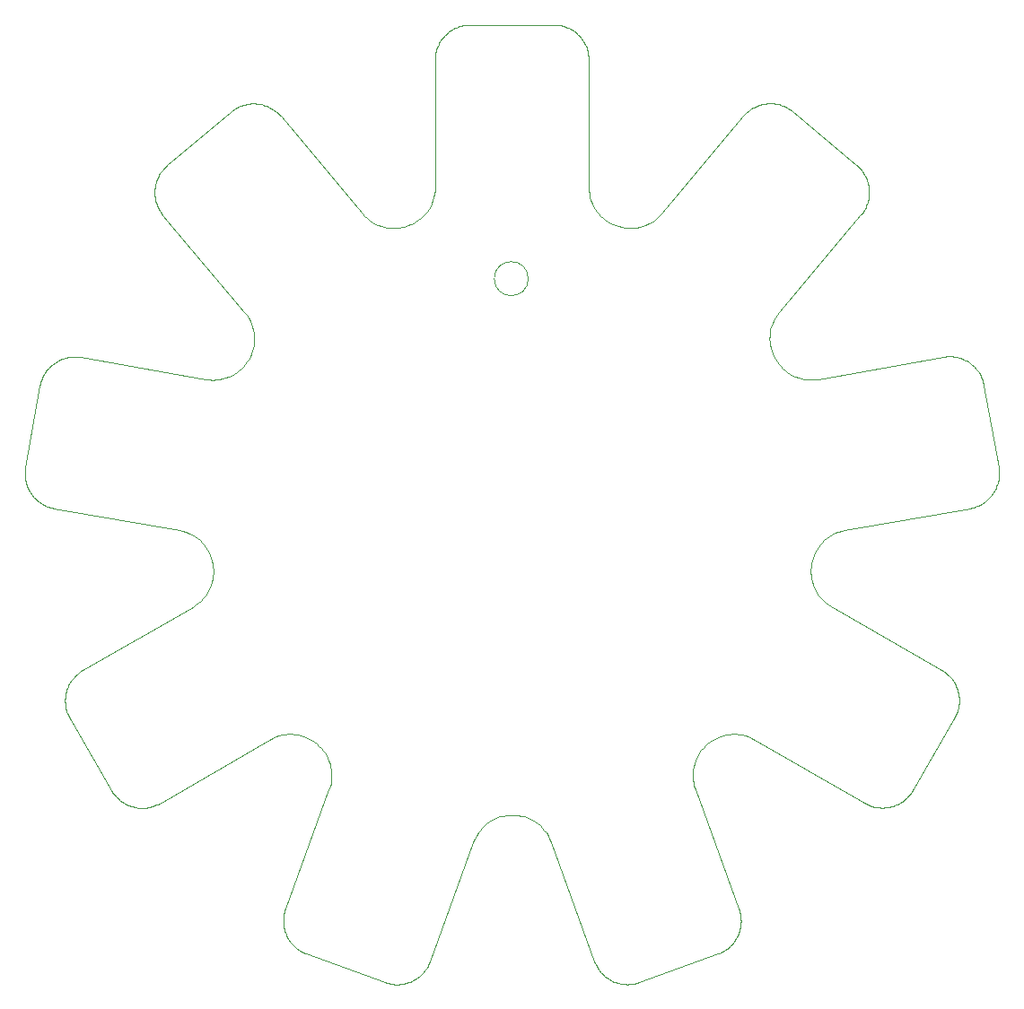
<source format=gbr>
%TF.GenerationSoftware,KiCad,Pcbnew,(5.1.9)-1*%
%TF.CreationDate,2022-02-26T00:47:13+09:00*%
%TF.ProjectId,passivemlt,70617373-6976-4656-9d6c-742e6b696361,rev?*%
%TF.SameCoordinates,Original*%
%TF.FileFunction,Profile,NP*%
%FSLAX46Y46*%
G04 Gerber Fmt 4.6, Leading zero omitted, Abs format (unit mm)*
G04 Created by KiCad (PCBNEW (5.1.9)-1) date 2022-02-26 00:47:13*
%MOMM*%
%LPD*%
G01*
G04 APERTURE LIST*
%TA.AperFunction,Profile*%
%ADD10C,0.100000*%
%TD*%
G04 APERTURE END LIST*
D10*
X124869957Y-136766380D02*
X132262651Y-139457105D01*
X121384802Y-116556966D02*
X121681141Y-116400981D01*
X121681141Y-116400981D02*
X121979710Y-116272974D01*
X121979710Y-116272974D02*
X122279503Y-116172100D01*
X122279503Y-116172100D02*
X122579515Y-116097516D01*
X122579515Y-116097516D02*
X122878741Y-116048377D01*
X122878741Y-116048377D02*
X123176174Y-116023840D01*
X123176174Y-116023840D02*
X123470808Y-116023061D01*
X123470808Y-116023061D02*
X123761639Y-116045197D01*
X123761639Y-116045197D02*
X124047660Y-116089402D01*
X124047660Y-116089402D02*
X124327866Y-116154834D01*
X124327866Y-116154834D02*
X124601252Y-116240649D01*
X124601252Y-116240649D02*
X124866811Y-116346002D01*
X124866811Y-116346002D02*
X125123537Y-116470051D01*
X125123537Y-116470051D02*
X125370427Y-116611950D01*
X125370427Y-116611950D02*
X125606472Y-116770857D01*
X125606472Y-116770857D02*
X125830669Y-116945928D01*
X125830669Y-116945928D02*
X126042011Y-117136317D01*
X126042011Y-117136317D02*
X126239493Y-117341183D01*
X126239493Y-117341183D02*
X126422108Y-117559681D01*
X126422108Y-117559681D02*
X126588853Y-117790966D01*
X126588853Y-117790966D02*
X126738719Y-118034196D01*
X126738719Y-118034196D02*
X126870703Y-118288527D01*
X126870703Y-118288527D02*
X126983799Y-118553113D01*
X126983799Y-118553113D02*
X127077000Y-118827113D01*
X127077000Y-118827113D02*
X127149301Y-119109682D01*
X127149301Y-119109682D02*
X127199697Y-119399975D01*
X127199697Y-119399975D02*
X127227182Y-119697150D01*
X127227182Y-119697150D02*
X127230750Y-120000362D01*
X127230750Y-120000362D02*
X127209395Y-120308768D01*
X127209395Y-120308768D02*
X127162113Y-120621524D01*
X127162113Y-120621524D02*
X127087896Y-120937785D01*
X127087896Y-120937785D02*
X126985741Y-121256709D01*
X112857242Y-96803747D02*
X113184515Y-96874739D01*
X113184515Y-96874739D02*
X113495514Y-96968596D01*
X113495514Y-96968596D02*
X113790009Y-97084026D01*
X113790009Y-97084026D02*
X114067774Y-97219736D01*
X114067774Y-97219736D02*
X114328579Y-97374432D01*
X114328579Y-97374432D02*
X114572198Y-97546821D01*
X114572198Y-97546821D02*
X114798402Y-97735612D01*
X114798402Y-97735612D02*
X115006963Y-97939511D01*
X115006963Y-97939511D02*
X115197653Y-98157226D01*
X115197653Y-98157226D02*
X115370244Y-98387463D01*
X115370244Y-98387463D02*
X115524509Y-98628929D01*
X115524509Y-98628929D02*
X115660219Y-98880333D01*
X115660219Y-98880333D02*
X115777146Y-99140380D01*
X115777146Y-99140380D02*
X115875063Y-99407779D01*
X115875063Y-99407779D02*
X115953741Y-99681236D01*
X115953741Y-99681236D02*
X116012952Y-99959458D01*
X116012952Y-99959458D02*
X116052469Y-100241153D01*
X116052469Y-100241153D02*
X116072064Y-100525028D01*
X116072064Y-100525028D02*
X116071508Y-100809790D01*
X116071508Y-100809790D02*
X116050574Y-101094146D01*
X116050574Y-101094146D02*
X116009033Y-101376804D01*
X116009033Y-101376804D02*
X115946658Y-101656470D01*
X115946658Y-101656470D02*
X115863221Y-101931851D01*
X115863221Y-101931851D02*
X115758494Y-102201656D01*
X115758494Y-102201656D02*
X115632248Y-102464590D01*
X115632248Y-102464590D02*
X115484256Y-102719362D01*
X115484256Y-102719362D02*
X115314290Y-102964677D01*
X115314290Y-102964677D02*
X115122122Y-103199245D01*
X115122122Y-103199245D02*
X114907524Y-103421771D01*
X114907524Y-103421771D02*
X114670268Y-103630963D01*
X114670268Y-103630963D02*
X114410126Y-103825528D01*
X114410126Y-103825528D02*
X114126871Y-104004173D01*
X122887818Y-132515667D02*
X122833502Y-132677513D01*
X122833502Y-132677513D02*
X122787933Y-132840159D01*
X122787933Y-132840159D02*
X122750985Y-133003337D01*
X122750985Y-133003337D02*
X122722534Y-133166780D01*
X122722534Y-133166780D02*
X122702455Y-133330220D01*
X122702455Y-133330220D02*
X122690624Y-133493392D01*
X122690624Y-133493392D02*
X122686916Y-133656027D01*
X122686916Y-133656027D02*
X122691206Y-133817858D01*
X122691206Y-133817858D02*
X122703371Y-133978619D01*
X122703371Y-133978619D02*
X122723285Y-134138043D01*
X122723285Y-134138043D02*
X122750824Y-134295861D01*
X122750824Y-134295861D02*
X122785864Y-134451808D01*
X122785864Y-134451808D02*
X122828279Y-134605617D01*
X122828279Y-134605617D02*
X122877946Y-134757019D01*
X122877946Y-134757019D02*
X122934740Y-134905748D01*
X122934740Y-134905748D02*
X122998536Y-135051537D01*
X122998536Y-135051537D02*
X123069210Y-135194119D01*
X123069210Y-135194119D02*
X123146637Y-135333227D01*
X123146637Y-135333227D02*
X123230692Y-135468594D01*
X123230692Y-135468594D02*
X123321252Y-135599952D01*
X123321252Y-135599952D02*
X123418191Y-135727035D01*
X123418191Y-135727035D02*
X123521385Y-135849575D01*
X123521385Y-135849575D02*
X123630710Y-135967306D01*
X123630710Y-135967306D02*
X123746041Y-136079959D01*
X123746041Y-136079959D02*
X123867253Y-136187270D01*
X123867253Y-136187270D02*
X123994222Y-136288969D01*
X123994222Y-136288969D02*
X124126824Y-136384790D01*
X124126824Y-136384790D02*
X124264933Y-136474466D01*
X124264933Y-136474466D02*
X124408425Y-136557730D01*
X124408425Y-136557730D02*
X124557176Y-136634315D01*
X124557176Y-136634315D02*
X124711062Y-136703954D01*
X124711062Y-136703954D02*
X124869957Y-136766380D01*
X126985741Y-121256709D02*
X122887818Y-132515667D01*
X111000574Y-122552307D02*
X121384802Y-116556966D01*
X106470243Y-121338411D02*
X106559311Y-121484051D01*
X106559311Y-121484051D02*
X106654614Y-121623506D01*
X106654614Y-121623506D02*
X106755866Y-121756699D01*
X106755866Y-121756699D02*
X106862782Y-121883552D01*
X106862782Y-121883552D02*
X106975079Y-122003991D01*
X106975079Y-122003991D02*
X107092470Y-122117939D01*
X107092470Y-122117939D02*
X107214672Y-122225319D01*
X107214672Y-122225319D02*
X107341400Y-122326056D01*
X107341400Y-122326056D02*
X107472370Y-122420072D01*
X107472370Y-122420072D02*
X107607296Y-122507292D01*
X107607296Y-122507292D02*
X107745894Y-122587640D01*
X107745894Y-122587640D02*
X107887879Y-122661039D01*
X107887879Y-122661039D02*
X108032967Y-122727412D01*
X108032967Y-122727412D02*
X108180874Y-122786685D01*
X108180874Y-122786685D02*
X108331313Y-122838780D01*
X108331313Y-122838780D02*
X108484002Y-122883621D01*
X108484002Y-122883621D02*
X108638654Y-122921131D01*
X108638654Y-122921131D02*
X108794986Y-122951235D01*
X108794986Y-122951235D02*
X108952713Y-122973857D01*
X108952713Y-122973857D02*
X109111550Y-122988920D01*
X109111550Y-122988920D02*
X109271212Y-122996347D01*
X109271212Y-122996347D02*
X109431415Y-122996063D01*
X109431415Y-122996063D02*
X109591875Y-122987991D01*
X109591875Y-122987991D02*
X109752306Y-122972055D01*
X109752306Y-122972055D02*
X109912424Y-122948178D01*
X109912424Y-122948178D02*
X110071944Y-122916285D01*
X110071944Y-122916285D02*
X110230582Y-122876299D01*
X110230582Y-122876299D02*
X110388053Y-122828144D01*
X110388053Y-122828144D02*
X110544072Y-122771743D01*
X110544072Y-122771743D02*
X110698355Y-122707021D01*
X110698355Y-122707021D02*
X110850617Y-122633901D01*
X110850617Y-122633901D02*
X111000574Y-122552307D01*
X102536669Y-114525267D02*
X106470243Y-121338411D01*
X114126871Y-104004173D02*
X103750567Y-109994935D01*
X103750567Y-109994935D02*
X103604925Y-110084003D01*
X103604925Y-110084003D02*
X103465470Y-110179306D01*
X103465470Y-110179306D02*
X103332278Y-110280558D01*
X103332278Y-110280558D02*
X103205424Y-110387474D01*
X103205424Y-110387474D02*
X103084985Y-110499770D01*
X103084985Y-110499770D02*
X102971037Y-110617162D01*
X102971037Y-110617162D02*
X102863657Y-110739364D01*
X102863657Y-110739364D02*
X102762920Y-110866092D01*
X102762920Y-110866092D02*
X102668904Y-110997061D01*
X102668904Y-110997061D02*
X102581683Y-111131988D01*
X102581683Y-111131988D02*
X102501335Y-111270586D01*
X102501335Y-111270586D02*
X102427937Y-111412571D01*
X102427937Y-111412571D02*
X102361563Y-111557659D01*
X102361563Y-111557659D02*
X102302290Y-111705566D01*
X102302290Y-111705566D02*
X102250195Y-111856005D01*
X102250195Y-111856005D02*
X102205354Y-112008694D01*
X102205354Y-112008694D02*
X102167844Y-112163346D01*
X102167844Y-112163346D02*
X102137739Y-112319678D01*
X102137739Y-112319678D02*
X102115118Y-112477405D01*
X102115118Y-112477405D02*
X102100055Y-112636242D01*
X102100055Y-112636242D02*
X102092628Y-112795905D01*
X102092628Y-112795905D02*
X102092912Y-112956108D01*
X102092912Y-112956108D02*
X102100984Y-113116568D01*
X102100984Y-113116568D02*
X102116920Y-113276999D01*
X102116920Y-113276999D02*
X102140797Y-113437117D01*
X102140797Y-113437117D02*
X102172690Y-113596637D01*
X102172690Y-113596637D02*
X102212676Y-113755275D01*
X102212676Y-113755275D02*
X102260831Y-113912746D01*
X102260831Y-113912746D02*
X102317231Y-114068765D01*
X102317231Y-114068765D02*
X102381954Y-114223048D01*
X102381954Y-114223048D02*
X102455074Y-114375310D01*
X102455074Y-114375310D02*
X102536669Y-114525267D01*
X101048739Y-94721587D02*
X112857242Y-96803747D01*
X177526117Y-122530820D02*
X177676073Y-122612414D01*
X177676073Y-122612414D02*
X177828335Y-122685534D01*
X177828335Y-122685534D02*
X177982618Y-122750256D01*
X177982618Y-122750256D02*
X178138637Y-122806657D01*
X178138637Y-122806657D02*
X178296108Y-122854812D01*
X178296108Y-122854812D02*
X178454745Y-122894798D01*
X178454745Y-122894798D02*
X178614266Y-122926691D01*
X178614266Y-122926691D02*
X178774384Y-122950567D01*
X178774384Y-122950567D02*
X178934815Y-122966503D01*
X178934815Y-122966503D02*
X179095274Y-122974575D01*
X179095274Y-122974575D02*
X179255478Y-122974860D01*
X179255478Y-122974860D02*
X179415140Y-122967432D01*
X179415140Y-122967432D02*
X179573977Y-122952370D01*
X179573977Y-122952370D02*
X179731704Y-122929748D01*
X179731704Y-122929748D02*
X179888035Y-122899644D01*
X179888035Y-122899644D02*
X180042688Y-122862133D01*
X180042688Y-122862133D02*
X180195376Y-122817292D01*
X180195376Y-122817292D02*
X180345816Y-122765197D01*
X180345816Y-122765197D02*
X180493722Y-122705925D01*
X180493722Y-122705925D02*
X180638810Y-122639551D01*
X180638810Y-122639551D02*
X180780795Y-122566152D01*
X180780795Y-122566152D02*
X180919393Y-122485804D01*
X180919393Y-122485804D02*
X181054319Y-122398584D01*
X181054319Y-122398584D02*
X181185289Y-122304568D01*
X181185289Y-122304568D02*
X181312017Y-122203831D01*
X181312017Y-122203831D02*
X181434219Y-122096451D01*
X181434219Y-122096451D02*
X181551611Y-121982503D01*
X181551611Y-121982503D02*
X181663907Y-121862064D01*
X181663907Y-121862064D02*
X181770823Y-121735211D01*
X181770823Y-121735211D02*
X181872075Y-121602018D01*
X181872075Y-121602018D02*
X181967378Y-121462563D01*
X181967378Y-121462563D02*
X182056447Y-121316923D01*
X156274653Y-139448735D02*
X163667340Y-136758024D01*
X177181030Y-66989696D02*
X177287424Y-66856186D01*
X177287424Y-66856186D02*
X177385873Y-66718935D01*
X177385873Y-66718935D02*
X177476403Y-66578235D01*
X177476403Y-66578235D02*
X177559039Y-66434380D01*
X177559039Y-66434380D02*
X177633807Y-66287663D01*
X177633807Y-66287663D02*
X177700732Y-66138379D01*
X177700732Y-66138379D02*
X177759841Y-65986820D01*
X177759841Y-65986820D02*
X177811159Y-65833281D01*
X177811159Y-65833281D02*
X177854711Y-65678055D01*
X177854711Y-65678055D02*
X177890524Y-65521435D01*
X177890524Y-65521435D02*
X177918623Y-65363715D01*
X177918623Y-65363715D02*
X177939034Y-65205188D01*
X177939034Y-65205188D02*
X177951782Y-65046149D01*
X177951782Y-65046149D02*
X177956893Y-64886890D01*
X177956893Y-64886890D02*
X177954392Y-64727706D01*
X177954392Y-64727706D02*
X177944307Y-64568889D01*
X177944307Y-64568889D02*
X177926661Y-64410734D01*
X177926661Y-64410734D02*
X177901481Y-64253534D01*
X177901481Y-64253534D02*
X177868793Y-64097582D01*
X177868793Y-64097582D02*
X177828622Y-63943173D01*
X177828622Y-63943173D02*
X177780994Y-63790599D01*
X177780994Y-63790599D02*
X177725934Y-63640154D01*
X177725934Y-63640154D02*
X177663468Y-63492133D01*
X177663468Y-63492133D02*
X177593623Y-63346827D01*
X177593623Y-63346827D02*
X177516423Y-63204532D01*
X177516423Y-63204532D02*
X177431894Y-63065540D01*
X177431894Y-63065540D02*
X177340063Y-62930145D01*
X177340063Y-62930145D02*
X177240953Y-62798641D01*
X177240953Y-62798641D02*
X177134593Y-62671321D01*
X177134593Y-62671321D02*
X177021006Y-62548478D01*
X177021006Y-62548478D02*
X176900219Y-62430407D01*
X176900219Y-62430407D02*
X176772258Y-62317402D01*
X169479726Y-76167758D02*
X177181030Y-66989696D01*
X173135481Y-82499705D02*
X172803663Y-82544928D01*
X172803663Y-82544928D02*
X172479319Y-82563099D01*
X172479319Y-82563099D02*
X172163104Y-82555354D01*
X172163104Y-82555354D02*
X171855675Y-82522830D01*
X171855675Y-82522830D02*
X171557689Y-82466665D01*
X171557689Y-82466665D02*
X171269801Y-82387994D01*
X171269801Y-82387994D02*
X170992669Y-82287955D01*
X170992669Y-82287955D02*
X170726948Y-82167685D01*
X170726948Y-82167685D02*
X170473295Y-82028320D01*
X170473295Y-82028320D02*
X170232366Y-81870998D01*
X170232366Y-81870998D02*
X170004819Y-81696855D01*
X170004819Y-81696855D02*
X169791308Y-81507029D01*
X169791308Y-81507029D02*
X169592490Y-81302656D01*
X169592490Y-81302656D02*
X169409023Y-81084873D01*
X169409023Y-81084873D02*
X169241562Y-80854817D01*
X169241562Y-80854817D02*
X169090764Y-80613625D01*
X169090764Y-80613625D02*
X168957284Y-80362434D01*
X168957284Y-80362434D02*
X168841780Y-80102380D01*
X168841780Y-80102380D02*
X168744908Y-79834601D01*
X168744908Y-79834601D02*
X168667324Y-79560234D01*
X168667324Y-79560234D02*
X168609685Y-79280415D01*
X168609685Y-79280415D02*
X168572647Y-78996282D01*
X168572647Y-78996282D02*
X168556866Y-78708970D01*
X168556866Y-78708970D02*
X168562999Y-78419618D01*
X168562999Y-78419618D02*
X168591702Y-78129362D01*
X168591702Y-78129362D02*
X168643632Y-77839339D01*
X168643632Y-77839339D02*
X168719444Y-77550685D01*
X168719444Y-77550685D02*
X168819796Y-77264539D01*
X168819796Y-77264539D02*
X168945344Y-76982036D01*
X168945344Y-76982036D02*
X169096744Y-76704313D01*
X169096744Y-76704313D02*
X169274652Y-76432508D01*
X169274652Y-76432508D02*
X169479726Y-76167758D01*
X188785617Y-83107753D02*
X188751731Y-82940431D01*
X188751731Y-82940431D02*
X188709873Y-82776791D01*
X188709873Y-82776791D02*
X188660282Y-82617001D01*
X188660282Y-82617001D02*
X188603200Y-82461229D01*
X188603200Y-82461229D02*
X188538868Y-82309646D01*
X188538868Y-82309646D02*
X188467529Y-82162419D01*
X188467529Y-82162419D02*
X188389423Y-82019719D01*
X188389423Y-82019719D02*
X188304791Y-81881714D01*
X188304791Y-81881714D02*
X188213876Y-81748573D01*
X188213876Y-81748573D02*
X188116918Y-81620465D01*
X188116918Y-81620465D02*
X188014159Y-81497560D01*
X188014159Y-81497560D02*
X187905840Y-81380025D01*
X187905840Y-81380025D02*
X187792203Y-81268031D01*
X187792203Y-81268031D02*
X187673489Y-81161746D01*
X187673489Y-81161746D02*
X187549939Y-81061339D01*
X187549939Y-81061339D02*
X187421795Y-80966980D01*
X187421795Y-80966980D02*
X187289299Y-80878837D01*
X187289299Y-80878837D02*
X187152691Y-80797080D01*
X187152691Y-80797080D02*
X187012213Y-80721876D01*
X187012213Y-80721876D02*
X186868107Y-80653397D01*
X186868107Y-80653397D02*
X186720614Y-80591810D01*
X186720614Y-80591810D02*
X186569974Y-80537284D01*
X186569974Y-80537284D02*
X186416431Y-80489989D01*
X186416431Y-80489989D02*
X186260224Y-80450093D01*
X186260224Y-80450093D02*
X186101596Y-80417766D01*
X186101596Y-80417766D02*
X185940788Y-80393176D01*
X185940788Y-80393176D02*
X185778041Y-80376493D01*
X185778041Y-80376493D02*
X185613597Y-80367886D01*
X185613597Y-80367886D02*
X185447696Y-80367524D01*
X185447696Y-80367524D02*
X185280581Y-80375575D01*
X185280581Y-80375575D02*
X185112493Y-80392209D01*
X185112493Y-80392209D02*
X184943674Y-80417595D01*
X175661933Y-96777912D02*
X187461571Y-94697318D01*
X136513367Y-137474965D02*
X140614428Y-126207397D01*
X184776126Y-109973445D02*
X174392302Y-103978338D01*
X182056447Y-121316923D02*
X185990023Y-114503777D01*
X184943674Y-80417595D02*
X173135481Y-82499705D01*
X187461571Y-94697318D02*
X187628892Y-94663432D01*
X187628892Y-94663432D02*
X187792532Y-94621574D01*
X187792532Y-94621574D02*
X187952322Y-94571983D01*
X187952322Y-94571983D02*
X188108093Y-94514901D01*
X188108093Y-94514901D02*
X188259676Y-94450570D01*
X188259676Y-94450570D02*
X188406902Y-94379230D01*
X188406902Y-94379230D02*
X188549602Y-94301124D01*
X188549602Y-94301124D02*
X188687607Y-94216493D01*
X188687607Y-94216493D02*
X188820748Y-94125577D01*
X188820748Y-94125577D02*
X188948856Y-94028619D01*
X188948856Y-94028619D02*
X189071761Y-93925860D01*
X189071761Y-93925860D02*
X189189295Y-93817542D01*
X189189295Y-93817542D02*
X189301289Y-93703905D01*
X189301289Y-93703905D02*
X189407574Y-93585191D01*
X189407574Y-93585191D02*
X189507981Y-93461642D01*
X189507981Y-93461642D02*
X189602340Y-93333498D01*
X189602340Y-93333498D02*
X189690483Y-93201002D01*
X189690483Y-93201002D02*
X189772240Y-93064394D01*
X189772240Y-93064394D02*
X189847444Y-92923917D01*
X189847444Y-92923917D02*
X189915923Y-92779811D01*
X189915923Y-92779811D02*
X189977510Y-92632317D01*
X189977510Y-92632317D02*
X190032036Y-92481678D01*
X190032036Y-92481678D02*
X190079331Y-92328135D01*
X190079331Y-92328135D02*
X190119227Y-92171929D01*
X190119227Y-92171929D02*
X190151554Y-92013301D01*
X190151554Y-92013301D02*
X190176144Y-91852493D01*
X190176144Y-91852493D02*
X190192827Y-91689746D01*
X190192827Y-91689746D02*
X190201434Y-91525302D01*
X190201434Y-91525302D02*
X190201797Y-91359402D01*
X190201797Y-91359402D02*
X190193746Y-91192287D01*
X190193746Y-91192287D02*
X190177112Y-91024199D01*
X190177112Y-91024199D02*
X190151727Y-90855380D01*
X132262651Y-139457105D02*
X132424497Y-139511420D01*
X132424497Y-139511420D02*
X132587143Y-139556989D01*
X132587143Y-139556989D02*
X132750321Y-139593937D01*
X132750321Y-139593937D02*
X132913764Y-139622388D01*
X132913764Y-139622388D02*
X133077205Y-139642467D01*
X133077205Y-139642467D02*
X133240376Y-139654299D01*
X133240376Y-139654299D02*
X133403011Y-139658007D01*
X133403011Y-139658007D02*
X133564843Y-139653716D01*
X133564843Y-139653716D02*
X133725604Y-139641552D01*
X133725604Y-139641552D02*
X133885028Y-139621638D01*
X133885028Y-139621638D02*
X134042847Y-139594098D01*
X134042847Y-139594098D02*
X134198794Y-139559059D01*
X134198794Y-139559059D02*
X134352602Y-139516643D01*
X134352602Y-139516643D02*
X134504004Y-139466976D01*
X134504004Y-139466976D02*
X134652734Y-139410183D01*
X134652734Y-139410183D02*
X134798523Y-139346387D01*
X134798523Y-139346387D02*
X134941105Y-139275713D01*
X134941105Y-139275713D02*
X135080213Y-139198286D01*
X135080213Y-139198286D02*
X135215580Y-139114230D01*
X135215580Y-139114230D02*
X135346938Y-139023671D01*
X135346938Y-139023671D02*
X135474021Y-138926731D01*
X135474021Y-138926731D02*
X135596562Y-138823537D01*
X135596562Y-138823537D02*
X135714292Y-138714212D01*
X135714292Y-138714212D02*
X135826946Y-138598881D01*
X135826946Y-138598881D02*
X135934256Y-138477669D01*
X135934256Y-138477669D02*
X136035956Y-138350700D01*
X136035956Y-138350700D02*
X136131777Y-138218098D01*
X136131777Y-138218098D02*
X136221453Y-138079989D01*
X136221453Y-138079989D02*
X136304717Y-137936496D01*
X136304717Y-137936496D02*
X136381302Y-137787745D01*
X136381302Y-137787745D02*
X136450941Y-137633860D01*
X136450941Y-137633860D02*
X136513367Y-137474965D01*
X163667340Y-136758024D02*
X163826235Y-136695598D01*
X163826235Y-136695598D02*
X163980120Y-136625960D01*
X163980120Y-136625960D02*
X164128872Y-136549375D01*
X164128872Y-136549375D02*
X164272365Y-136466111D01*
X164272365Y-136466111D02*
X164410474Y-136376435D01*
X164410474Y-136376435D02*
X164543076Y-136280613D01*
X164543076Y-136280613D02*
X164670045Y-136178914D01*
X164670045Y-136178914D02*
X164791258Y-136071604D01*
X164791258Y-136071604D02*
X164906589Y-135958950D01*
X164906589Y-135958950D02*
X165015914Y-135841219D01*
X165015914Y-135841219D02*
X165119108Y-135718679D01*
X165119108Y-135718679D02*
X165216048Y-135591596D01*
X165216048Y-135591596D02*
X165306608Y-135460238D01*
X165306608Y-135460238D02*
X165390663Y-135324871D01*
X165390663Y-135324871D02*
X165468090Y-135185763D01*
X165468090Y-135185763D02*
X165538764Y-135043181D01*
X165538764Y-135043181D02*
X165602560Y-134897391D01*
X165602560Y-134897391D02*
X165659354Y-134748662D01*
X165659354Y-134748662D02*
X165709021Y-134597259D01*
X165709021Y-134597259D02*
X165751437Y-134443451D01*
X165751437Y-134443451D02*
X165786477Y-134287504D01*
X165786477Y-134287504D02*
X165814016Y-134129685D01*
X165814016Y-134129685D02*
X165833930Y-133970261D01*
X165833930Y-133970261D02*
X165846095Y-133809500D01*
X165846095Y-133809500D02*
X165850385Y-133647668D01*
X165850385Y-133647668D02*
X165846677Y-133485033D01*
X165846677Y-133485033D02*
X165834846Y-133321861D01*
X165834846Y-133321861D02*
X165814767Y-133158421D01*
X165814767Y-133158421D02*
X165786315Y-132994978D01*
X165786315Y-132994978D02*
X165749367Y-132831800D01*
X165749367Y-132831800D02*
X165703798Y-132669154D01*
X165703798Y-132669154D02*
X165649483Y-132507307D01*
X140614428Y-126207397D02*
X140741172Y-125897422D01*
X140741172Y-125897422D02*
X140887608Y-125607447D01*
X140887608Y-125607447D02*
X141052422Y-125337469D01*
X141052422Y-125337469D02*
X141234303Y-125087490D01*
X141234303Y-125087490D02*
X141431937Y-124857509D01*
X141431937Y-124857509D02*
X141644012Y-124647527D01*
X141644012Y-124647527D02*
X141869215Y-124457543D01*
X141869215Y-124457543D02*
X142106232Y-124287557D01*
X142106232Y-124287557D02*
X142353752Y-124137570D01*
X142353752Y-124137570D02*
X142610461Y-124007581D01*
X142610461Y-124007581D02*
X142875047Y-123897590D01*
X142875047Y-123897590D02*
X143146197Y-123807597D01*
X143146197Y-123807597D02*
X143422598Y-123737603D01*
X143422598Y-123737603D02*
X143702937Y-123687608D01*
X143702937Y-123687608D02*
X143985902Y-123657610D01*
X143985902Y-123657610D02*
X144270180Y-123647611D01*
X144270180Y-123647611D02*
X144554457Y-123657610D01*
X144554457Y-123657610D02*
X144837422Y-123687608D01*
X144837422Y-123687608D02*
X145117762Y-123737604D01*
X145117762Y-123737604D02*
X145394162Y-123807598D01*
X145394162Y-123807598D02*
X145665312Y-123897590D01*
X145665312Y-123897590D02*
X145929898Y-124007581D01*
X145929898Y-124007581D02*
X146186607Y-124137570D01*
X146186607Y-124137570D02*
X146434127Y-124287558D01*
X146434127Y-124287558D02*
X146671145Y-124457544D01*
X146671145Y-124457544D02*
X146896347Y-124647528D01*
X146896347Y-124647528D02*
X147108422Y-124857510D01*
X147108422Y-124857510D02*
X147306056Y-125087491D01*
X147306056Y-125087491D02*
X147487937Y-125337470D01*
X147487937Y-125337470D02*
X147652752Y-125607448D01*
X147652752Y-125607448D02*
X147799187Y-125897423D01*
X147799187Y-125897423D02*
X147925932Y-126207398D01*
X174392302Y-103978338D02*
X174109046Y-103799692D01*
X174109046Y-103799692D02*
X173848904Y-103605127D01*
X173848904Y-103605127D02*
X173611648Y-103395936D01*
X173611648Y-103395936D02*
X173397050Y-103173409D01*
X173397050Y-103173409D02*
X173204882Y-102938842D01*
X173204882Y-102938842D02*
X173034916Y-102693526D01*
X173034916Y-102693526D02*
X172886925Y-102438754D01*
X172886925Y-102438754D02*
X172760679Y-102175820D01*
X172760679Y-102175820D02*
X172655952Y-101906016D01*
X172655952Y-101906016D02*
X172572515Y-101630634D01*
X172572515Y-101630634D02*
X172510140Y-101350968D01*
X172510140Y-101350968D02*
X172468599Y-101068310D01*
X172468599Y-101068310D02*
X172447665Y-100783954D01*
X172447665Y-100783954D02*
X172447109Y-100499192D01*
X172447109Y-100499192D02*
X172466704Y-100215317D01*
X172466704Y-100215317D02*
X172506221Y-99933622D01*
X172506221Y-99933622D02*
X172565433Y-99655400D01*
X172565433Y-99655400D02*
X172644111Y-99381943D01*
X172644111Y-99381943D02*
X172742028Y-99114544D01*
X172742028Y-99114544D02*
X172858955Y-98854497D01*
X172858955Y-98854497D02*
X172994665Y-98603094D01*
X172994665Y-98603094D02*
X173148930Y-98361627D01*
X173148930Y-98361627D02*
X173321521Y-98131390D01*
X173321521Y-98131390D02*
X173512211Y-97913676D01*
X173512211Y-97913676D02*
X173720772Y-97709777D01*
X173720772Y-97709777D02*
X173946976Y-97520986D01*
X173946976Y-97520986D02*
X174190595Y-97348596D01*
X174190595Y-97348596D02*
X174451400Y-97193900D01*
X174451400Y-97193900D02*
X174729165Y-97058191D01*
X174729165Y-97058191D02*
X175023660Y-96942761D01*
X175023660Y-96942761D02*
X175334659Y-96848904D01*
X175334659Y-96848904D02*
X175661933Y-96777912D01*
X161548324Y-121239487D02*
X161446167Y-120920563D01*
X161446167Y-120920563D02*
X161371951Y-120604302D01*
X161371951Y-120604302D02*
X161324668Y-120291546D01*
X161324668Y-120291546D02*
X161303313Y-119983140D01*
X161303313Y-119983140D02*
X161306881Y-119679928D01*
X161306881Y-119679928D02*
X161334365Y-119382753D01*
X161334365Y-119382753D02*
X161384761Y-119092459D01*
X161384761Y-119092459D02*
X161457062Y-118809891D01*
X161457062Y-118809891D02*
X161550263Y-118535891D01*
X161550263Y-118535891D02*
X161663358Y-118271304D01*
X161663358Y-118271304D02*
X161795342Y-118016973D01*
X161795342Y-118016973D02*
X161945209Y-117773743D01*
X161945209Y-117773743D02*
X162111953Y-117542457D01*
X162111953Y-117542457D02*
X162294568Y-117323960D01*
X162294568Y-117323960D02*
X162492050Y-117119094D01*
X162492050Y-117119094D02*
X162703392Y-116928704D01*
X162703392Y-116928704D02*
X162927589Y-116753633D01*
X162927589Y-116753633D02*
X163163634Y-116594726D01*
X163163634Y-116594726D02*
X163410523Y-116452827D01*
X163410523Y-116452827D02*
X163667250Y-116328778D01*
X163667250Y-116328778D02*
X163932809Y-116223424D01*
X163932809Y-116223424D02*
X164206194Y-116137610D01*
X164206194Y-116137610D02*
X164486400Y-116072177D01*
X164486400Y-116072177D02*
X164772422Y-116027972D01*
X164772422Y-116027972D02*
X165063252Y-116005836D01*
X165063252Y-116005836D02*
X165357887Y-116006615D01*
X165357887Y-116006615D02*
X165655320Y-116031152D01*
X165655320Y-116031152D02*
X165954545Y-116080290D01*
X165954545Y-116080290D02*
X166254558Y-116154874D01*
X166254558Y-116154874D02*
X166554351Y-116255748D01*
X166554351Y-116255748D02*
X166852920Y-116383755D01*
X166852920Y-116383755D02*
X167149260Y-116539740D01*
X165649483Y-132507307D02*
X161548324Y-121239487D01*
X147925932Y-126207398D02*
X152023941Y-137466592D01*
X190151727Y-90855380D02*
X188785617Y-83107753D01*
X152023941Y-137466592D02*
X152086366Y-137625486D01*
X152086366Y-137625486D02*
X152156004Y-137779372D01*
X152156004Y-137779372D02*
X152232589Y-137928123D01*
X152232589Y-137928123D02*
X152315853Y-138071616D01*
X152315853Y-138071616D02*
X152405530Y-138209725D01*
X152405530Y-138209725D02*
X152501351Y-138342326D01*
X152501351Y-138342326D02*
X152603050Y-138469295D01*
X152603050Y-138469295D02*
X152710360Y-138590508D01*
X152710360Y-138590508D02*
X152823014Y-138705839D01*
X152823014Y-138705839D02*
X152940744Y-138815164D01*
X152940744Y-138815164D02*
X153063284Y-138918358D01*
X153063284Y-138918358D02*
X153190367Y-139015297D01*
X153190367Y-139015297D02*
X153321725Y-139105857D01*
X153321725Y-139105857D02*
X153457092Y-139189913D01*
X153457092Y-139189913D02*
X153596200Y-139267340D01*
X153596200Y-139267340D02*
X153738782Y-139338014D01*
X153738782Y-139338014D02*
X153884571Y-139401810D01*
X153884571Y-139401810D02*
X154033300Y-139458604D01*
X154033300Y-139458604D02*
X154184703Y-139508271D01*
X154184703Y-139508271D02*
X154338511Y-139550686D01*
X154338511Y-139550686D02*
X154494458Y-139585726D01*
X154494458Y-139585726D02*
X154652276Y-139613265D01*
X154652276Y-139613265D02*
X154811700Y-139633180D01*
X154811700Y-139633180D02*
X154972461Y-139645344D01*
X154972461Y-139645344D02*
X155134292Y-139649635D01*
X155134292Y-139649635D02*
X155296927Y-139645927D01*
X155296927Y-139645927D02*
X155460099Y-139634096D01*
X155460099Y-139634096D02*
X155623539Y-139614017D01*
X155623539Y-139614017D02*
X155786982Y-139585566D01*
X155786982Y-139585566D02*
X155950160Y-139548619D01*
X155950160Y-139548619D02*
X156112806Y-139503049D01*
X156112806Y-139503049D02*
X156274653Y-139448735D01*
X185990023Y-114503777D02*
X186071617Y-114353820D01*
X186071617Y-114353820D02*
X186144737Y-114201558D01*
X186144737Y-114201558D02*
X186209459Y-114047275D01*
X186209459Y-114047275D02*
X186265860Y-113891256D01*
X186265860Y-113891256D02*
X186314015Y-113733785D01*
X186314015Y-113733785D02*
X186354001Y-113575147D01*
X186354001Y-113575147D02*
X186385894Y-113415627D01*
X186385894Y-113415627D02*
X186409770Y-113255509D01*
X186409770Y-113255509D02*
X186425707Y-113095078D01*
X186425707Y-113095078D02*
X186433779Y-112934618D01*
X186433779Y-112934618D02*
X186434063Y-112774415D01*
X186434063Y-112774415D02*
X186426636Y-112614752D01*
X186426636Y-112614752D02*
X186411573Y-112455915D01*
X186411573Y-112455915D02*
X186388951Y-112298189D01*
X186388951Y-112298189D02*
X186358847Y-112141857D01*
X186358847Y-112141857D02*
X186321336Y-111987204D01*
X186321336Y-111987204D02*
X186276495Y-111834516D01*
X186276495Y-111834516D02*
X186224401Y-111684076D01*
X186224401Y-111684076D02*
X186165128Y-111536170D01*
X186165128Y-111536170D02*
X186098754Y-111391082D01*
X186098754Y-111391082D02*
X186025356Y-111249096D01*
X186025356Y-111249096D02*
X185945008Y-111110498D01*
X185945008Y-111110498D02*
X185857788Y-110975572D01*
X185857788Y-110975572D02*
X185763771Y-110844602D01*
X185763771Y-110844602D02*
X185663035Y-110717874D01*
X185663035Y-110717874D02*
X185555654Y-110595672D01*
X185555654Y-110595672D02*
X185441707Y-110478281D01*
X185441707Y-110478281D02*
X185321268Y-110365984D01*
X185321268Y-110365984D02*
X185194414Y-110259068D01*
X185194414Y-110259068D02*
X185061221Y-110157816D01*
X185061221Y-110157816D02*
X184921766Y-110062513D01*
X184921766Y-110062513D02*
X184776126Y-109973445D01*
X167149260Y-116539740D02*
X177526117Y-122530820D01*
X115366157Y-82522451D02*
X103566645Y-80441879D01*
X151494224Y-64355338D02*
X151494224Y-52371704D01*
X136994226Y-52371704D02*
X136994226Y-64362375D01*
X170745689Y-57260502D02*
X170612179Y-57154107D01*
X170612179Y-57154107D02*
X170474928Y-57055657D01*
X170474928Y-57055657D02*
X170334228Y-56965127D01*
X170334228Y-56965127D02*
X170190372Y-56882491D01*
X170190372Y-56882491D02*
X170043656Y-56807723D01*
X170043656Y-56807723D02*
X169894372Y-56740797D01*
X169894372Y-56740797D02*
X169742813Y-56681688D01*
X169742813Y-56681688D02*
X169589274Y-56630370D01*
X169589274Y-56630370D02*
X169434047Y-56586818D01*
X169434047Y-56586818D02*
X169277427Y-56551005D01*
X169277427Y-56551005D02*
X169119707Y-56522906D01*
X169119707Y-56522906D02*
X168961180Y-56502495D01*
X168961180Y-56502495D02*
X168802141Y-56489747D01*
X168802141Y-56489747D02*
X168642882Y-56484636D01*
X168642882Y-56484636D02*
X168483697Y-56487136D01*
X168483697Y-56487136D02*
X168324881Y-56497222D01*
X168324881Y-56497222D02*
X168166725Y-56514868D01*
X168166725Y-56514868D02*
X168009525Y-56540047D01*
X168009525Y-56540047D02*
X167853573Y-56572736D01*
X167853573Y-56572736D02*
X167699163Y-56612907D01*
X167699163Y-56612907D02*
X167546589Y-56660535D01*
X167546589Y-56660535D02*
X167396145Y-56715595D01*
X167396145Y-56715595D02*
X167248123Y-56778060D01*
X167248123Y-56778060D02*
X167102817Y-56847906D01*
X167102817Y-56847906D02*
X166960522Y-56925106D01*
X166960522Y-56925106D02*
X166821529Y-57009635D01*
X166821529Y-57009635D02*
X166686134Y-57101467D01*
X166686134Y-57101467D02*
X166554630Y-57200576D01*
X166554630Y-57200576D02*
X166427310Y-57306937D01*
X166427310Y-57306937D02*
X166304468Y-57420524D01*
X166304468Y-57420524D02*
X166186397Y-57541311D01*
X166186397Y-57541311D02*
X166073391Y-57669273D01*
X98358584Y-90879642D02*
X98333198Y-91048461D01*
X98333198Y-91048461D02*
X98316564Y-91216549D01*
X98316564Y-91216549D02*
X98308512Y-91383664D01*
X98308512Y-91383664D02*
X98308875Y-91549565D01*
X98308875Y-91549565D02*
X98317482Y-91714009D01*
X98317482Y-91714009D02*
X98334165Y-91876756D01*
X98334165Y-91876756D02*
X98358754Y-92037564D01*
X98358754Y-92037564D02*
X98391081Y-92196192D01*
X98391081Y-92196192D02*
X98430977Y-92352399D01*
X98430977Y-92352399D02*
X98478272Y-92505942D01*
X98478272Y-92505942D02*
X98532797Y-92656582D01*
X98532797Y-92656582D02*
X98594385Y-92804075D01*
X98594385Y-92804075D02*
X98662864Y-92948181D01*
X98662864Y-92948181D02*
X98738067Y-93088659D01*
X98738067Y-93088659D02*
X98819825Y-93225267D01*
X98819825Y-93225267D02*
X98907968Y-93357764D01*
X98907968Y-93357764D02*
X99002327Y-93485907D01*
X99002327Y-93485907D02*
X99102733Y-93609457D01*
X99102733Y-93609457D02*
X99209018Y-93728171D01*
X99209018Y-93728171D02*
X99321012Y-93841808D01*
X99321012Y-93841808D02*
X99438547Y-93950127D01*
X99438547Y-93950127D02*
X99561452Y-94052886D01*
X99561452Y-94052886D02*
X99689560Y-94149844D01*
X99689560Y-94149844D02*
X99822701Y-94240760D01*
X99822701Y-94240760D02*
X99960706Y-94325391D01*
X99960706Y-94325391D02*
X100103406Y-94403498D01*
X100103406Y-94403498D02*
X100250632Y-94474838D01*
X100250632Y-94474838D02*
X100402215Y-94539169D01*
X100402215Y-94539169D02*
X100557987Y-94596251D01*
X100557987Y-94596251D02*
X100717777Y-94645842D01*
X100717777Y-94645842D02*
X100881417Y-94687701D01*
X100881417Y-94687701D02*
X101048739Y-94721587D01*
X117749780Y-57275898D02*
X111723211Y-62332798D01*
X99724705Y-83132032D02*
X98358584Y-90879642D01*
X103566645Y-80441879D02*
X103397825Y-80416493D01*
X103397825Y-80416493D02*
X103229737Y-80399859D01*
X103229737Y-80399859D02*
X103062622Y-80391808D01*
X103062622Y-80391808D02*
X102896722Y-80392171D01*
X102896722Y-80392171D02*
X102732278Y-80400778D01*
X102732278Y-80400778D02*
X102569531Y-80417461D01*
X102569531Y-80417461D02*
X102408723Y-80442050D01*
X102408723Y-80442050D02*
X102250096Y-80474377D01*
X102250096Y-80474377D02*
X102093889Y-80514273D01*
X102093889Y-80514273D02*
X101940346Y-80561568D01*
X101940346Y-80561568D02*
X101789707Y-80616094D01*
X101789707Y-80616094D02*
X101642214Y-80677681D01*
X101642214Y-80677681D02*
X101498108Y-80746161D01*
X101498108Y-80746161D02*
X101357630Y-80821364D01*
X101357630Y-80821364D02*
X101221022Y-80903121D01*
X101221022Y-80903121D02*
X101088526Y-80991264D01*
X101088526Y-80991264D02*
X100960383Y-81085623D01*
X100960383Y-81085623D02*
X100836833Y-81186029D01*
X100836833Y-81186029D02*
X100718119Y-81292314D01*
X100718119Y-81292314D02*
X100604482Y-81404308D01*
X100604482Y-81404308D02*
X100496163Y-81521842D01*
X100496163Y-81521842D02*
X100393404Y-81644748D01*
X100393404Y-81644748D02*
X100296446Y-81772855D01*
X100296446Y-81772855D02*
X100205531Y-81905996D01*
X100205531Y-81905996D02*
X100120899Y-82044001D01*
X100120899Y-82044001D02*
X100042793Y-82186701D01*
X100042793Y-82186701D02*
X99971453Y-82333927D01*
X99971453Y-82333927D02*
X99907122Y-82485510D01*
X99907122Y-82485510D02*
X99850040Y-82641281D01*
X99850040Y-82641281D02*
X99800449Y-82801071D01*
X99800449Y-82801071D02*
X99758590Y-82964711D01*
X99758590Y-82964711D02*
X99724705Y-83132032D01*
X140310659Y-49055271D02*
X140139995Y-49059586D01*
X140139995Y-49059586D02*
X139971573Y-49072393D01*
X139971573Y-49072393D02*
X139805599Y-49093483D01*
X139805599Y-49093483D02*
X139642282Y-49122649D01*
X139642282Y-49122649D02*
X139481830Y-49159681D01*
X139481830Y-49159681D02*
X139324453Y-49204371D01*
X139324453Y-49204371D02*
X139170358Y-49256511D01*
X139170358Y-49256511D02*
X139019753Y-49315892D01*
X139019753Y-49315892D02*
X138872848Y-49382307D01*
X138872848Y-49382307D02*
X138729850Y-49455546D01*
X138729850Y-49455546D02*
X138590968Y-49535402D01*
X138590968Y-49535402D02*
X138456409Y-49621665D01*
X138456409Y-49621665D02*
X138326384Y-49714128D01*
X138326384Y-49714128D02*
X138201099Y-49812583D01*
X138201099Y-49812583D02*
X138080764Y-49916820D01*
X138080764Y-49916820D02*
X137965586Y-50026631D01*
X137965586Y-50026631D02*
X137855775Y-50141809D01*
X137855775Y-50141809D02*
X137751538Y-50262144D01*
X137751538Y-50262144D02*
X137653083Y-50387429D01*
X137653083Y-50387429D02*
X137560620Y-50517454D01*
X137560620Y-50517454D02*
X137474357Y-50652013D01*
X137474357Y-50652013D02*
X137394501Y-50790895D01*
X137394501Y-50790895D02*
X137321262Y-50933893D01*
X137321262Y-50933893D02*
X137254847Y-51080798D01*
X137254847Y-51080798D02*
X137195466Y-51231403D01*
X137195466Y-51231403D02*
X137143326Y-51385498D01*
X137143326Y-51385498D02*
X137098636Y-51542875D01*
X137098636Y-51542875D02*
X137061604Y-51703327D01*
X137061604Y-51703327D02*
X137032438Y-51866644D01*
X137032438Y-51866644D02*
X137011348Y-52032618D01*
X137011348Y-52032618D02*
X136998541Y-52201040D01*
X136998541Y-52201040D02*
X136994226Y-52371704D01*
X111723211Y-62332798D02*
X111595249Y-62445803D01*
X111595249Y-62445803D02*
X111474462Y-62563874D01*
X111474462Y-62563874D02*
X111360875Y-62686716D01*
X111360875Y-62686716D02*
X111254515Y-62814036D01*
X111254515Y-62814036D02*
X111155406Y-62945540D01*
X111155406Y-62945540D02*
X111063574Y-63080935D01*
X111063574Y-63080935D02*
X110979046Y-63219927D01*
X110979046Y-63219927D02*
X110901846Y-63362223D01*
X110901846Y-63362223D02*
X110832000Y-63507528D01*
X110832000Y-63507528D02*
X110769535Y-63655550D01*
X110769535Y-63655550D02*
X110714475Y-63805994D01*
X110714475Y-63805994D02*
X110666847Y-63958568D01*
X110666847Y-63958568D02*
X110626676Y-64112978D01*
X110626676Y-64112978D02*
X110593987Y-64268930D01*
X110593987Y-64268930D02*
X110568807Y-64426130D01*
X110568807Y-64426130D02*
X110551162Y-64584285D01*
X110551162Y-64584285D02*
X110541076Y-64743101D01*
X110541076Y-64743101D02*
X110538576Y-64902286D01*
X110538576Y-64902286D02*
X110543687Y-65061544D01*
X110543687Y-65061544D02*
X110556435Y-65220584D01*
X110556435Y-65220584D02*
X110576845Y-65379110D01*
X110576845Y-65379110D02*
X110604944Y-65536830D01*
X110604944Y-65536830D02*
X110640757Y-65693450D01*
X110640757Y-65693450D02*
X110684309Y-65848677D01*
X110684309Y-65848677D02*
X110735627Y-66002216D01*
X110735627Y-66002216D02*
X110794736Y-66153775D01*
X110794736Y-66153775D02*
X110861661Y-66303059D01*
X110861661Y-66303059D02*
X110936429Y-66449776D01*
X110936429Y-66449776D02*
X111019065Y-66593631D01*
X111019065Y-66593631D02*
X111109595Y-66734331D01*
X111109595Y-66734331D02*
X111208044Y-66871582D01*
X111208044Y-66871582D02*
X111314439Y-67005092D01*
X122422078Y-57684670D02*
X122309072Y-57556708D01*
X122309072Y-57556708D02*
X122191001Y-57435920D01*
X122191001Y-57435920D02*
X122068158Y-57322333D01*
X122068158Y-57322333D02*
X121940838Y-57215973D01*
X121940838Y-57215973D02*
X121809334Y-57116863D01*
X121809334Y-57116863D02*
X121673939Y-57025031D01*
X121673939Y-57025031D02*
X121534947Y-56940503D01*
X121534947Y-56940503D02*
X121392651Y-56863302D01*
X121392651Y-56863302D02*
X121247346Y-56793457D01*
X121247346Y-56793457D02*
X121099324Y-56730991D01*
X121099324Y-56730991D02*
X120948879Y-56675931D01*
X120948879Y-56675931D02*
X120796305Y-56628303D01*
X120796305Y-56628303D02*
X120641895Y-56588132D01*
X120641895Y-56588132D02*
X120485943Y-56555444D01*
X120485943Y-56555444D02*
X120328743Y-56530264D01*
X120328743Y-56530264D02*
X120170588Y-56512618D01*
X120170588Y-56512618D02*
X120011771Y-56502532D01*
X120011771Y-56502532D02*
X119852586Y-56500032D01*
X119852586Y-56500032D02*
X119693328Y-56505143D01*
X119693328Y-56505143D02*
X119534288Y-56517891D01*
X119534288Y-56517891D02*
X119375762Y-56538302D01*
X119375762Y-56538302D02*
X119218041Y-56566401D01*
X119218041Y-56566401D02*
X119061421Y-56602214D01*
X119061421Y-56602214D02*
X118906195Y-56645766D01*
X118906195Y-56645766D02*
X118752655Y-56697084D01*
X118752655Y-56697084D02*
X118601096Y-56756193D01*
X118601096Y-56756193D02*
X118451812Y-56823119D01*
X118451812Y-56823119D02*
X118305096Y-56897887D01*
X118305096Y-56897887D02*
X118161240Y-56980523D01*
X118161240Y-56980523D02*
X118020540Y-57071053D01*
X118020540Y-57071053D02*
X117883289Y-57169503D01*
X117883289Y-57169503D02*
X117749780Y-57275898D01*
X136994226Y-64362375D02*
X136981142Y-64697004D01*
X136981142Y-64697004D02*
X136942715Y-65019576D01*
X136942715Y-65019576D02*
X136880178Y-65329641D01*
X136880178Y-65329641D02*
X136794763Y-65626752D01*
X136794763Y-65626752D02*
X136687706Y-65910458D01*
X136687706Y-65910458D02*
X136560239Y-66180310D01*
X136560239Y-66180310D02*
X136413596Y-66435861D01*
X136413596Y-66435861D02*
X136249011Y-66676660D01*
X136249011Y-66676660D02*
X136067717Y-66902259D01*
X136067717Y-66902259D02*
X135870949Y-67112208D01*
X135870949Y-67112208D02*
X135659938Y-67306059D01*
X135659938Y-67306059D02*
X135435920Y-67483363D01*
X135435920Y-67483363D02*
X135200127Y-67643671D01*
X135200127Y-67643671D02*
X134953794Y-67786533D01*
X134953794Y-67786533D02*
X134698154Y-67911502D01*
X134698154Y-67911502D02*
X134434440Y-68018126D01*
X134434440Y-68018126D02*
X134163887Y-68105959D01*
X134163887Y-68105959D02*
X133887727Y-68174550D01*
X133887727Y-68174550D02*
X133607195Y-68223451D01*
X133607195Y-68223451D02*
X133323523Y-68252213D01*
X133323523Y-68252213D02*
X133037947Y-68260386D01*
X133037947Y-68260386D02*
X132751698Y-68247523D01*
X132751698Y-68247523D02*
X132466011Y-68213173D01*
X132466011Y-68213173D02*
X132182120Y-68156887D01*
X132182120Y-68156887D02*
X131901258Y-68078218D01*
X131901258Y-68078218D02*
X131624658Y-67976715D01*
X131624658Y-67976715D02*
X131353555Y-67851930D01*
X131353555Y-67851930D02*
X131089182Y-67703414D01*
X131089182Y-67703414D02*
X130832772Y-67530717D01*
X130832772Y-67530717D02*
X130585559Y-67333392D01*
X130585559Y-67333392D02*
X130348776Y-67110988D01*
X130348776Y-67110988D02*
X130123659Y-66863057D01*
X158364790Y-66856021D02*
X158139672Y-67103952D01*
X158139672Y-67103952D02*
X157902889Y-67326355D01*
X157902889Y-67326355D02*
X157655676Y-67523681D01*
X157655676Y-67523681D02*
X157399267Y-67696378D01*
X157399267Y-67696378D02*
X157134893Y-67844894D01*
X157134893Y-67844894D02*
X156863790Y-67969679D01*
X156863790Y-67969679D02*
X156587190Y-68071181D01*
X156587190Y-68071181D02*
X156306328Y-68149851D01*
X156306328Y-68149851D02*
X156022437Y-68206136D01*
X156022437Y-68206136D02*
X155736750Y-68240486D01*
X155736750Y-68240486D02*
X155450502Y-68253350D01*
X155450502Y-68253350D02*
X155164925Y-68245176D01*
X155164925Y-68245176D02*
X154881254Y-68216415D01*
X154881254Y-68216415D02*
X154600721Y-68167514D01*
X154600721Y-68167514D02*
X154324562Y-68098922D01*
X154324562Y-68098922D02*
X154054008Y-68011090D01*
X154054008Y-68011090D02*
X153790295Y-67904465D01*
X153790295Y-67904465D02*
X153534654Y-67779497D01*
X153534654Y-67779497D02*
X153288321Y-67636635D01*
X153288321Y-67636635D02*
X153052529Y-67476327D01*
X153052529Y-67476327D02*
X152828511Y-67299023D01*
X152828511Y-67299023D02*
X152617500Y-67105172D01*
X152617500Y-67105172D02*
X152420731Y-66895222D01*
X152420731Y-66895222D02*
X152239438Y-66669623D01*
X152239438Y-66669623D02*
X152074853Y-66428824D01*
X152074853Y-66428824D02*
X151928210Y-66173274D01*
X151928210Y-66173274D02*
X151800743Y-65903421D01*
X151800743Y-65903421D02*
X151693686Y-65619715D01*
X151693686Y-65619715D02*
X151608271Y-65322605D01*
X151608271Y-65322605D02*
X151545734Y-65012539D01*
X151545734Y-65012539D02*
X151507307Y-64689967D01*
X151507307Y-64689967D02*
X151494224Y-64355338D01*
X111314439Y-67005092D02*
X119021910Y-76190504D01*
X176772258Y-62317402D02*
X170745689Y-57260502D01*
X130123659Y-66863057D02*
X122422078Y-57684670D01*
X166073391Y-57669273D02*
X158364790Y-66856021D01*
X151494224Y-52371704D02*
X151489908Y-52201040D01*
X151489908Y-52201040D02*
X151477101Y-52032618D01*
X151477101Y-52032618D02*
X151456011Y-51866644D01*
X151456011Y-51866644D02*
X151426845Y-51703327D01*
X151426845Y-51703327D02*
X151389813Y-51542875D01*
X151389813Y-51542875D02*
X151345123Y-51385498D01*
X151345123Y-51385498D02*
X151292983Y-51231403D01*
X151292983Y-51231403D02*
X151233602Y-51080798D01*
X151233602Y-51080798D02*
X151167187Y-50933893D01*
X151167187Y-50933893D02*
X151093948Y-50790895D01*
X151093948Y-50790895D02*
X151014092Y-50652013D01*
X151014092Y-50652013D02*
X150927829Y-50517454D01*
X150927829Y-50517454D02*
X150835366Y-50387429D01*
X150835366Y-50387429D02*
X150736911Y-50262144D01*
X150736911Y-50262144D02*
X150632674Y-50141809D01*
X150632674Y-50141809D02*
X150522863Y-50026631D01*
X150522863Y-50026631D02*
X150407685Y-49916820D01*
X150407685Y-49916820D02*
X150287350Y-49812583D01*
X150287350Y-49812583D02*
X150162065Y-49714128D01*
X150162065Y-49714128D02*
X150032040Y-49621665D01*
X150032040Y-49621665D02*
X149897481Y-49535402D01*
X149897481Y-49535402D02*
X149758599Y-49455546D01*
X149758599Y-49455546D02*
X149615601Y-49382307D01*
X149615601Y-49382307D02*
X149468696Y-49315892D01*
X149468696Y-49315892D02*
X149318091Y-49256511D01*
X149318091Y-49256511D02*
X149163996Y-49204371D01*
X149163996Y-49204371D02*
X149006619Y-49159681D01*
X149006619Y-49159681D02*
X148846167Y-49122649D01*
X148846167Y-49122649D02*
X148682850Y-49093483D01*
X148682850Y-49093483D02*
X148516876Y-49072393D01*
X148516876Y-49072393D02*
X148348454Y-49059586D01*
X148348454Y-49059586D02*
X148177791Y-49055271D01*
X119021910Y-76190504D02*
X119226983Y-76455254D01*
X119226983Y-76455254D02*
X119404891Y-76727059D01*
X119404891Y-76727059D02*
X119556291Y-77004781D01*
X119556291Y-77004781D02*
X119681838Y-77287284D01*
X119681838Y-77287284D02*
X119782190Y-77573431D01*
X119782190Y-77573431D02*
X119858003Y-77862084D01*
X119858003Y-77862084D02*
X119909932Y-78152107D01*
X119909932Y-78152107D02*
X119938636Y-78442363D01*
X119938636Y-78442363D02*
X119944769Y-78731715D01*
X119944769Y-78731715D02*
X119928988Y-79019027D01*
X119928988Y-79019027D02*
X119891950Y-79303160D01*
X119891950Y-79303160D02*
X119834310Y-79582979D01*
X119834310Y-79582979D02*
X119756727Y-79857346D01*
X119756727Y-79857346D02*
X119659855Y-80125125D01*
X119659855Y-80125125D02*
X119544351Y-80385178D01*
X119544351Y-80385178D02*
X119410871Y-80636370D01*
X119410871Y-80636370D02*
X119260073Y-80877562D01*
X119260073Y-80877562D02*
X119092612Y-81107618D01*
X119092612Y-81107618D02*
X118909145Y-81325401D01*
X118909145Y-81325401D02*
X118710328Y-81529774D01*
X118710328Y-81529774D02*
X118496817Y-81719600D01*
X118496817Y-81719600D02*
X118269269Y-81893743D01*
X118269269Y-81893743D02*
X118028341Y-82051065D01*
X118028341Y-82051065D02*
X117774688Y-82190430D01*
X117774688Y-82190430D02*
X117508967Y-82310700D01*
X117508967Y-82310700D02*
X117231835Y-82410739D01*
X117231835Y-82410739D02*
X116943947Y-82489410D01*
X116943947Y-82489410D02*
X116645961Y-82545576D01*
X116645961Y-82545576D02*
X116338533Y-82578100D01*
X116338533Y-82578100D02*
X116022318Y-82585845D01*
X116022318Y-82585845D02*
X115697974Y-82567674D01*
X115697974Y-82567674D02*
X115366157Y-82522451D01*
X148177791Y-49055271D02*
X140310659Y-49055271D01*
X145790000Y-73030000D02*
G75*
G03*
X145790000Y-73030000I-1600000J0D01*
G01*
M02*

</source>
